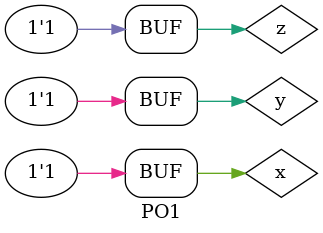
<source format=v>
module mux (
    output wire y,
    input wire a,
    input wire b,
    input wire c
);
    wire not_a;
    wire not_b;
    wire not_c;
    wire mux1_out;
    wire mux2_out;

    // Inverter a e b
    assign not_a = ~a;
    assign not_b = ~b;
    assign not_c = ~c;

    // Primeiro MUX: MUX(b, a, c)
    assign mux1_out = (c == 0) ? b : a;

    // Segundo MUX: MUX(NOT(a), NOT(b), c)
    assign mux2_out = (c == 0) ? not_a : not_b;

    // Terceiro MUX: MUX(mux1_out, mux2_out, NOT(c))
    assign y = (not_c == 0) ? mux1_out : mux2_out;

endmodule
module PO1;
    reg x;
    reg y;
    reg z;
    wire s;
    mux result(s, x,y,z);

    initial begin : main
        $display("Test module"); 
        $display("   x    y    z    s");
        // projetar testes do modulo
        $monitor("%4b %4b %4b %4b", x, y,z, s);
        x = 1'b0; y = 1'b0; z = 1'b0;
        #1 x = 1'b0; y = 1'b0; z = 1'b1;
        #1 x = 1'b0; y = 1'b1; z = 1'b0;
        #1 x = 1'b0; y = 1'b1; z = 1'b1;
        #1 x = 1'b1; y = 1'b0; z = 1'b0;
        #1 x = 1'b1; y = 1'b0; z = 1'b1;
        #1 x = 1'b1; y = 1'b1; z = 1'b0;
        #1 x = 1'b1; y = 1'b1; z = 1'b1;
        
    end
endmodule
</source>
